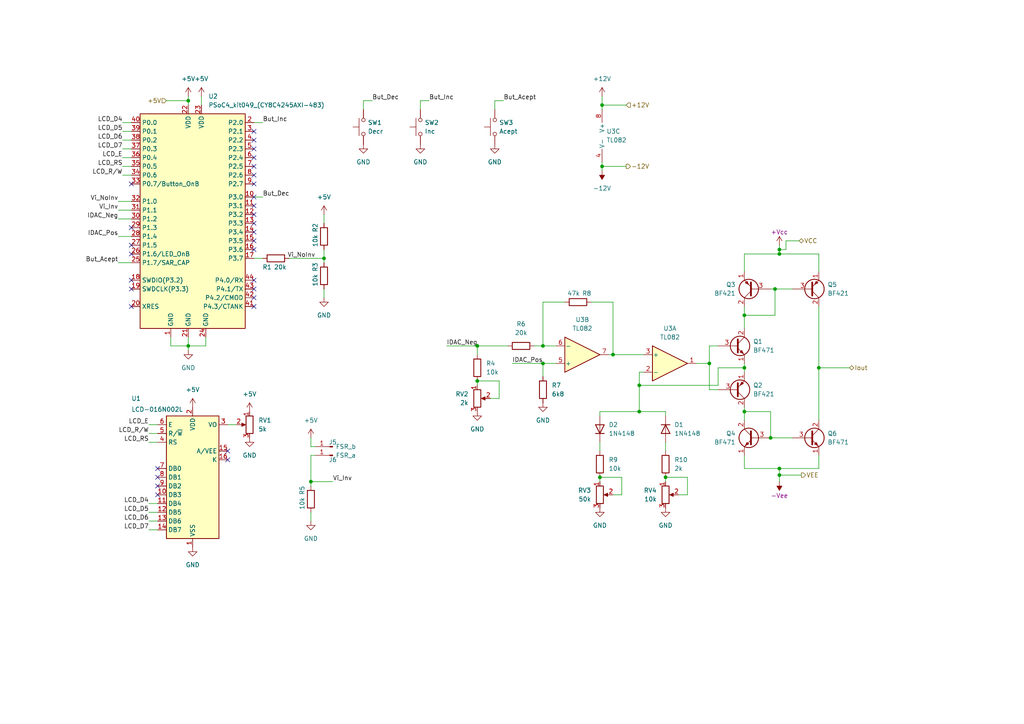
<source format=kicad_sch>
(kicad_sch (version 20231120) (generator "eeschema") (generator_version "8.0")
  (paper "A4")
  (title_block (title "Control_con_PSoC4_y_Fuente_de_corriente") (date "2022-08-27") (rev "1") (company "FaCENA-UNNE") (comment 1 "Dispositivo para relevamiento de umbrales de sensibilidad tactil.") (comment 2 "Tesis MIB: García Cabrera, Jeremías A."))
  (lib_symbols
    (symbol "Amplifier_Operational:TL082" (pin_names (offset 0.127))
      (property "Reference" "U" (at 0 5.08 0))
      (property "Value" "TL082" (at 0 -5.08 0))
      (symbol "TL082_1_1"
        (polyline (pts (xy -5.08 5.08) (xy 5.08 0) (xy -5.08 -5.08) (xy -5.08 5.08)) (stroke (width 0.254)) (fill (type background)))
        (pin output line (at 7.62 0 180) (length 2.54) (name "~") (number "1"))
        (pin input line (at -7.62 -2.54 0) (length 2.54) (name "-") (number "2"))
        (pin input line (at -7.62 2.54 0) (length 2.54) (name "+") (number "3"))
      )
      (symbol "TL082_2_1"
        (polyline (pts (xy -5.08 5.08) (xy 5.08 0) (xy -5.08 -5.08) (xy -5.08 5.08)) (stroke (width 0.254)) (fill (type background)))
        (pin input line (at -7.62 2.54 0) (length 2.54) (name "+") (number "5"))
        (pin input line (at -7.62 -2.54 0) (length 2.54) (name "-") (number "6"))
        (pin output line (at 7.62 0 180) (length 2.54) (name "~") (number "7"))
      )
      (symbol "TL082_3_1"
        (pin power_in line (at -2.54 -7.62 90) (length 3.81) (name "V-") (number "4"))
        (pin power_in line (at -2.54 7.62 270) (length 3.81) (name "V+") (number "8"))
      )
    )
    (symbol "BC547_1" (pin_names (offset 0) hide)
      (property "Reference" "Q1" (at 5.08 1.2701 0))
      (property "Value" "BF422" (at 5.08 -1.2699 0))
      (symbol "BC547_1_0_1"
        (polyline (pts (xy 0 0) (xy 0.635 0)))
        (polyline (pts (xy 0.635 0.635) (xy 2.54 2.54)))
        (polyline (pts (xy 0.635 -0.635) (xy 2.54 -2.54) (xy 2.54 -2.54)))
        (polyline (pts (xy 0.635 1.905) (xy 0.635 -1.905) (xy 0.635 -1.905)) (stroke (width 0.508)))
        (polyline (pts (xy 1.27 -1.778) (xy 1.778 -1.27) (xy 2.286 -2.286) (xy 1.27 -1.778) (xy 1.27 -1.778)) (fill (type outline)))
        (circle (center 1.27 0) (radius 2.8194) (stroke (width 0.254)))
      )
      (symbol "BC547_1_1_1"
        (pin passive line (at 2.54 -5.08 90) (length 2.54) (name "E") (number "1"))
        (pin passive line (at 2.54 5.08 270) (length 2.54) (name "C") (number "2"))
        (pin input line (at -5.08 0 0) (length 5.08) (name "B") (number "3"))
      )
    )
    (symbol "BC557_1" (pin_names (offset 0) hide)
      (property "Reference" "Q5" (at 5.08 -1.2701 0))
      (property "Value" "BF421" (at 5.08 1.2699 0))
      (symbol "BC557_1_0_1"
        (polyline (pts (xy 0.635 0.635) (xy 2.54 2.54)))
        (polyline (pts (xy 0.635 -0.635) (xy 2.54 -2.54) (xy 2.54 -2.54)))
        (polyline (pts (xy 0.635 1.905) (xy 0.635 -1.905) (xy 0.635 -1.905)) (stroke (width 0.508)))
        (polyline (pts (xy 2.286 -1.778) (xy 1.778 -2.286) (xy 1.27 -1.27) (xy 2.286 -1.778) (xy 2.286 -1.778)) (fill (type outline)))
        (circle (center 1.27 0) (radius 2.8194) (stroke (width 0.254)))
      )
      (symbol "BC557_1_1_1"
        (pin passive line (at 2.54 -5.08 90) (length 2.54) (name "E") (number "1"))
        (pin passive line (at 2.54 5.08 270) (length 2.54) (name "C") (number "2"))
        (pin input line (at -5.08 0 0) (length 5.715) (name "B") (number "3"))
      )
    )
    (symbol "Connector:Conn_01x01_Male" (pin_names (offset 1.016) hide)
      (property "Reference" "J" (at 0 2.54 0))
      (property "Value" "Conn_01x01_Male" (at 0 -2.54 0))
      (symbol "Conn_01x01_Male_1_1"
        (polyline (pts (xy 1.27 0) (xy 0.8636 0)) (stroke (width 0.1524)))
        (rectangle (start 0.8636 0.127) (end 0 -0.127) (stroke (width 0.1524)) (fill (type outline)))
        (pin passive line (at 5.08 0 180) (length 3.81) (name "Pin_1") (number "1"))
      )
    )
    (symbol "Device:R" (pin_numbers hide) (pin_names (offset 0))
      (property "Reference" "R" (at 2.032 0 90))
      (property "Value" "R" (at 0 0 90))
      (symbol "R_0_1"
        (rectangle (start -1.016 -2.54) (end 1.016 2.54) (stroke (width 0.254)))
      )
      (symbol "R_1_1"
        (pin passive line (at 0 3.81 270) (length 1.27) (name "~") (number "1"))
        (pin passive line (at 0 -3.81 90) (length 1.27) (name "~") (number "2"))
      )
    )
    (symbol "Device:R_Potentiometer" (pin_names (offset 1.016) hide)
      (property "Reference" "RV" (at -4.445 0 90))
      (property "Value" "R_Potentiometer" (at -2.54 0 90))
      (symbol "R_Potentiometer_0_1"
        (polyline (pts (xy 2.54 0) (xy 1.524 0)))
        (polyline (pts (xy 1.143 0) (xy 2.286 0.508) (xy 2.286 -0.508) (xy 1.143 0)) (fill (type outline)))
        (rectangle (start 1.016 2.54) (end -1.016 -2.54) (stroke (width 0.254)))
      )
      (symbol "R_Potentiometer_1_1"
        (pin passive line (at 0 3.81 270) (length 1.27) (name "1") (number "1"))
        (pin passive line (at 3.81 0 180) (length 1.27) (name "2") (number "2"))
        (pin passive line (at 0 -3.81 90) (length 1.27) (name "3") (number "3"))
      )
    )
    (symbol "Diode:1N4148" (pin_numbers hide) (pin_names (offset 1.016) hide)
      (property "Reference" "D" (at 0 2.54 0))
      (property "Value" "1N4148" (at 0 -2.54 0))
      (symbol "1N4148_0_1"
        (polyline (pts (xy -1.27 1.27) (xy -1.27 -1.27)) (stroke (width 0.254)))
        (polyline (pts (xy 1.27 0) (xy -1.27 0)))
        (polyline (pts (xy 1.27 1.27) (xy 1.27 -1.27) (xy -1.27 0) (xy 1.27 1.27)) (stroke (width 0.254)))
      )
      (symbol "1N4148_1_1"
        (pin passive line (at -3.81 0 0) (length 2.54) (name "K") (number "1"))
        (pin passive line (at 3.81 0 180) (length 2.54) (name "A") (number "2"))
      )
    )
    (symbol "Display_Character:LCD-016N002L"
      (property "Reference" "U1" (at -17.78 22.86 0))
      (property "Value" "LCD-016N002L" (at -17.78 19.685 0))
      (symbol "LCD-016N002L_1_1"
        (rectangle (start -7.62 17.78) (end 7.62 -17.78) (stroke (width 0.254)) (fill (type background)))
        (pin power_in line (at 0 -20.32 90) (length 2.54) (name "VSS") (number "1"))
        (pin bidirectional line (at -10.16 -5.08 0) (length 2.54) (name "DB3") (number "10"))
        (pin bidirectional line (at -10.16 -7.62 0) (length 2.54) (name "DB4") (number "11"))
        (pin bidirectional line (at -10.16 -10.16 0) (length 2.54) (name "DB5") (number "12"))
        (pin bidirectional line (at -10.16 -12.7 0) (length 2.54) (name "DB6") (number "13"))
        (pin bidirectional line (at -10.16 -15.24 0) (length 2.54) (name "DB7") (number "14"))
        (pin power_in line (at 10.16 7.62 180) (length 2.54) (name "A/VEE") (number "15"))
        (pin power_in line (at 10.16 5.08 180) (length 2.54) (name "K") (number "16"))
        (pin power_in line (at 0 20.32 270) (length 2.54) (name "VDD") (number "2"))
        (pin input line (at 10.16 15.24 180) (length 2.54) (name "VO") (number "3"))
        (pin input line (at -10.16 10.16 0) (length 2.54) (name "RS") (number "4"))
        (pin input line (at -10.16 12.7 0) (length 2.54) (name "R/~{W}") (number "5"))
        (pin input line (at -10.16 15.24 0) (length 2.54) (name "E") (number "6"))
        (pin bidirectional line (at -10.16 2.54 0) (length 2.54) (name "DB0") (number "7"))
        (pin bidirectional line (at -10.16 0 0) (length 2.54) (name "DB1") (number "8"))
        (pin bidirectional line (at -10.16 -2.54 0) (length 2.54) (name "DB2") (number "9"))
      )
    )
    (symbol "PSoC4_kit049:PSoC4_kit049_(CY8C4245AXI-483)"
      (property "Reference" "U2" (at 2.0194 45.72 0))
      (property "Value" "PSoC4_kit049_(CY8C4245AXI-483)" (at 2.0194 43.18 0))
      (symbol "PSoC4_kit049_(CY8C4245AXI-483)_0_1"
        (rectangle (start -17.78 40.64) (end 12.7 -21.59) (stroke (width 0.254)) (fill (type background)))
      )
      (symbol "PSoC4_kit049_(CY8C4245AXI-483)_1_1"
        (pin power_in line (at -8.89 -24.13 90) (length 2.54) (name "GND") (number "1"))
        (pin bidirectional line (at 15.24 16.51 180) (length 2.54) (name "P3.0") (number "10"))
        (pin bidirectional line (at 15.24 13.97 180) (length 2.54) (name "P3.1") (number "11"))
        (pin bidirectional line (at 15.24 11.43 180) (length 2.54) (name "P3.2") (number "12"))
        (pin bidirectional line (at 15.24 8.89 180) (length 2.54) (name "P3.3") (number "13"))
        (pin bidirectional line (at 15.24 6.35 180) (length 2.54) (name "P3.4") (number "14"))
        (pin bidirectional line (at 15.24 3.81 180) (length 2.54) (name "P3.5") (number "15"))
        (pin bidirectional line (at 15.24 1.27 180) (length 2.54) (name "P3.6") (number "16"))
        (pin bidirectional line (at 15.24 -1.27 180) (length 2.54) (name "P3.7") (number "17"))
        (pin bidirectional line (at -20.32 -7.62 0) (length 2.54) (name "SWDIO(P3.2)") (number "18"))
        (pin bidirectional line (at -20.32 -10.16 0) (length 2.54) (name "SWDCLK(P3.3)") (number "19"))
        (pin bidirectional line (at 15.24 38.1 180) (length 2.54) (name "P2.0") (number "2"))
        (pin input line (at -20.32 -15.24 0) (length 2.54) (name "XRES") (number "20"))
        (pin power_in line (at -3.81 -24.13 90) (length 2.54) (name "GND") (number "21"))
        (pin power_in line (at -3.81 43.18 270) (length 2.54) (name "VDD") (number "22"))
        (pin power_in line (at 0 43.18 270) (length 2.54) (name "VDD") (number "23"))
        (pin power_in line (at 1.27 -24.13 90) (length 2.54) (name "GND") (number "24"))
        (pin bidirectional line (at -20.32 -2.54 0) (length 2.54) (name "P1.7/SAR_CAP") (number "25"))
        (pin bidirectional line (at -20.32 0 0) (length 2.54) (name "P1.6/LED_OnB") (number "26"))
        (pin bidirectional line (at -20.32 2.54 0) (length 2.54) (name "P1.5") (number "27"))
        (pin bidirectional line (at -20.32 5.08 0) (length 2.54) (name "P1.4") (number "28"))
        (pin bidirectional line (at -20.32 7.62 0) (length 2.54) (name "P1.3") (number "29"))
        (pin bidirectional line (at 15.24 35.56 180) (length 2.54) (name "P2.1") (number "3"))
        (pin bidirectional line (at -20.32 10.16 0) (length 2.54) (name "P1.2") (number "30"))
        (pin bidirectional line (at -20.32 12.7 0) (length 2.54) (name "P1.1") (number "31"))
        (pin bidirectional line (at -20.32 15.24 0) (length 2.54) (name "P1.0") (number "32"))
        (pin bidirectional line (at -20.32 20.32 0) (length 2.54) (name "P0.7/Button_OnB") (number "33"))
        (pin bidirectional line (at -20.32 22.86 0) (length 2.54) (name "P0.6") (number "34"))
        (pin bidirectional line (at -20.32 25.4 0) (length 2.54) (name "P0.5") (number "35"))
        (pin bidirectional line (at -20.32 27.94 0) (length 2.54) (name "P0.4") (number "36"))
        (pin bidirectional line (at -20.32 30.48 0) (length 2.54) (name "P0.3") (number "37"))
        (pin bidirectional line (at -20.32 33.02 0) (length 2.54) (name "P0.2") (number "38"))
        (pin bidirectional line (at -20.32 35.56 0) (length 2.54) (name "P0.1") (number "39"))
        (pin bidirectional line (at 15.24 33.02 180) (length 2.54) (name "P2.2") (number "4"))
        (pin bidirectional line (at -20.32 38.1 0) (length 2.54) (name "P0.0") (number "40"))
        (pin bidirectional line (at 15.24 -15.24 180) (length 2.54) (name "P4.3/CTANK") (number "41"))
        (pin bidirectional line (at 15.24 -12.7 180) (length 2.54) (name "P4.2/CMOD") (number "42"))
        (pin bidirectional line (at 15.24 -10.16 180) (length 2.54) (name "P4.1/TX") (number "43"))
        (pin bidirectional line (at 15.24 -7.62 180) (length 2.54) (name "P4.0/RX") (number "44"))
        (pin bidirectional line (at 15.24 30.48 180) (length 2.54) (name "P2.3") (number "5"))
        (pin bidirectional line (at 15.24 27.94 180) (length 2.54) (name "P2.4") (number "6"))
        (pin bidirectional line (at 15.24 25.4 180) (length 2.54) (name "P2.5") (number "7"))
        (pin bidirectional line (at 15.24 22.86 180) (length 2.54) (name "P2.6") (number "8"))
        (pin bidirectional line (at 15.24 20.32 180) (length 2.54) (name "P2.7") (number "9"))
      )
    )
    (symbol "Switch:SW_Push" (pin_numbers hide) (pin_names (offset 1.016) hide)
      (property "Reference" "SW" (at 1.27 2.54 0))
      (property "Value" "SW_Push" (at 0 -1.524 0))
      (symbol "SW_Push_0_1"
        (circle (center -2.032 0) (radius 0.508))
        (polyline (pts (xy 0 1.27) (xy 0 3.048)))
        (polyline (pts (xy 2.54 1.27) (xy -2.54 1.27)))
        (circle (center 2.032 0) (radius 0.508))
        (pin passive line (at -5.08 0 0) (length 2.54) (name "1") (number "1"))
        (pin passive line (at 5.08 0 180) (length 2.54) (name "2") (number "2"))
      )
    )
    (symbol "power:+12V" (power) (pin_names (offset 0))
      (property "Value" "+12V" (at 0 3.556 0))
      (symbol "+12V_0_1"
        (polyline (pts (xy -0.762 1.27) (xy 0 2.54)))
        (polyline (pts (xy 0 0) (xy 0 2.54)))
        (polyline (pts (xy 0 2.54) (xy 0.762 1.27)))
      )
      (symbol "+12V_1_1"
        (pin power_in line (at 0 0 90) (length 0) hide (name "+12V") (number "1"))
      )
    )
    (symbol "power:+5V" (power) (pin_names (offset 0))
      (property "Value" "+5V" (at 0 3.556 0))
      (symbol "+5V_0_1"
        (polyline (pts (xy -0.762 1.27) (xy 0 2.54)))
        (polyline (pts (xy 0 0) (xy 0 2.54)))
        (polyline (pts (xy 0 2.54) (xy 0.762 1.27)))
      )
      (symbol "+5V_1_1"
        (pin power_in line (at 0 0 90) (length 0) hide (name "+5V") (number "1"))
      )
    )
    (symbol "power:-12V" (power) (pin_names (offset 0))
      (property "Value" "-12V" (at 0 3.81 0))
      (symbol "-12V_0_0"
        (pin power_in line (at 0 0 90) (length 0) hide (name "-12V") (number "1"))
      )
      (symbol "-12V_0_1"
        (polyline (pts (xy 0 0) (xy 0 1.27) (xy 0.762 1.27) (xy 0 2.54) (xy -0.762 1.27) (xy 0 1.27)) (fill (type outline)))
      )
    )
    (symbol "power:GND" (power) (pin_names (offset 0))
      (property "Value" "GND" (at 0 -3.81 0))
      (symbol "GND_0_1"
        (polyline (pts (xy 0 0) (xy 0 -1.27) (xy 1.27 -1.27) (xy 0 -2.54) (xy -1.27 -1.27) (xy 0 -1.27)))
      )
      (symbol "GND_1_1"
        (pin power_in line (at 0 0 270) (length 0) hide (name "GND") (number "1"))
      )
    )
    (symbol "power:VCC" (power) (pin_names (offset 0))
      (property "Value" "VCC" (at 0 3.81 0))
      (symbol "VCC_0_1"
        (polyline (pts (xy -0.762 1.27) (xy 0 2.54)))
        (polyline (pts (xy 0 0) (xy 0 2.54)))
        (polyline (pts (xy 0 2.54) (xy 0.762 1.27)))
      )
      (symbol "VCC_1_1"
        (pin power_in line (at 0 0 90) (length 0) hide (name "VCC") (number "1"))
      )
    )
    (symbol "power:VEE" (power) (pin_names (offset 0))
      (property "Value" "VEE" (at 0 3.81 0))
      (symbol "VEE_0_1"
        (polyline (pts (xy 0 0) (xy 0 2.54)))
        (polyline (pts (xy 0.762 1.27) (xy -0.762 1.27) (xy 0 2.54) (xy 0.762 1.27)) (fill (type outline)))
      )
      (symbol "VEE_1_1"
        (pin power_in line (at 0 0 90) (length 0) hide (name "VEE") (number "1"))
      )
    )
  )
  (junction (at 173.99 138.43))
  (junction (at 226.06 73.66))
  (junction (at 174.625 30.48))
  (junction (at 157.48 105.41))
  (junction (at 226.06 137.795))
  (junction (at 205.74 105.41))
  (junction (at 215.9 91.44))
  (junction (at 177.8 102.87))
  (junction (at 138.43 100.33))
  (junction (at 185.42 119.38))
  (junction (at 90.17 139.7))
  (junction (at 215.9 119.38))
  (junction (at 215.9 106.68))
  (junction (at 54.61 100.33))
  (junction (at 157.48 100.33))
  (junction (at 185.42 111.76))
  (junction (at 93.98 74.93))
  (junction (at 174.625 48.26))
  (junction (at 54.61 29.21))
  (junction (at 226.06 135.89))
  (junction (at 193.04 138.43))
  (junction (at 237.49 106.68))
  (junction (at 226.06 72.39))
  (junction (at 138.43 110.49))
  (junction (at 224.79 83.82))
  (junction (at 223.52 127))
  (no_connect (at 73.66 81.28))
  (no_connect (at 73.66 83.82))
  (no_connect (at 73.66 86.36))
  (no_connect (at 73.66 88.9))
  (no_connect (at 73.66 72.39))
  (no_connect (at 38.1 53.34))
  (no_connect (at 38.1 88.9))
  (no_connect (at 38.1 83.82))
  (no_connect (at 38.1 81.28))
  (no_connect (at 38.1 73.66))
  (no_connect (at 38.1 71.12))
  (no_connect (at 38.1 66.04))
  (no_connect (at 66.04 130.81))
  (no_connect (at 66.04 133.35))
  (no_connect (at 73.66 50.8))
  (no_connect (at 73.66 48.26))
  (no_connect (at 73.66 45.72))
  (no_connect (at 73.66 43.18))
  (no_connect (at 73.66 40.64))
  (no_connect (at 73.66 38.1))
  (no_connect (at 73.66 57.15))
  (no_connect (at 73.66 53.34))
  (no_connect (at 73.66 59.69))
  (no_connect (at 73.66 62.23))
  (no_connect (at 73.66 64.77))
  (no_connect (at 73.66 67.31))
  (no_connect (at 73.66 69.85))
  (no_connect (at 45.72 135.89))
  (no_connect (at 45.72 138.43))
  (no_connect (at 45.72 140.97))
  (no_connect (at 45.72 143.51))
  (wire (pts (xy 193.04 128.27) (xy 193.04 130.81)))
  (wire (pts (xy 121.92 29.21) (xy 121.92 31.75)))
  (wire (pts (xy 157.48 87.63) (xy 157.48 100.33)))
  (wire (pts (xy 185.42 119.38) (xy 193.04 119.38)))
  (wire (pts (xy 93.98 74.93) (xy 93.98 76.2)))
  (wire (pts (xy 54.61 29.21) (xy 54.61 30.48)))
  (wire (pts (xy 227.965 69.85) (xy 227.965 72.39)))
  (wire (pts (xy 35.56 35.56) (xy 38.1 35.56)))
  (wire (pts (xy 208.28 106.68) (xy 215.9 106.68)))
  (wire (pts (xy 54.61 27.94) (xy 54.61 29.21)))
  (wire (pts (xy 208.28 106.68) (xy 208.28 111.76)))
  (wire (pts (xy 73.66 74.93) (xy 76.2 74.93)))
  (wire (pts (xy 138.43 102.87) (xy 138.43 100.33)))
  (wire (pts (xy 54.61 100.33) (xy 54.61 97.79)))
  (wire (pts (xy 174.625 49.53) (xy 174.625 48.26)))
  (wire (pts (xy 157.48 105.41) (xy 161.29 105.41)))
  (wire (pts (xy 34.29 76.2) (xy 38.1 76.2)))
  (wire (pts (xy 226.06 135.89) (xy 226.06 137.795)))
  (wire (pts (xy 34.29 63.5) (xy 38.1 63.5)))
  (wire (pts (xy 237.49 73.66) (xy 237.49 78.74)))
  (wire (pts (xy 54.61 101.6) (xy 54.61 100.33)))
  (wire (pts (xy 176.53 102.87) (xy 177.8 102.87)))
  (wire (pts (xy 174.625 30.48) (xy 174.625 31.75)))
  (wire (pts (xy 215.9 132.08) (xy 215.9 135.89)))
  (wire (pts (xy 34.29 68.58) (xy 38.1 68.58)))
  (wire (pts (xy 73.66 35.56) (xy 76.2 35.56)))
  (wire (pts (xy 43.18 153.67) (xy 45.72 153.67)))
  (wire (pts (xy 43.18 151.13) (xy 45.72 151.13)))
  (wire (pts (xy 90.17 140.97) (xy 90.17 139.7)))
  (wire (pts (xy 90.17 132.08) (xy 91.44 132.08)))
  (wire (pts (xy 157.48 109.22) (xy 157.48 105.41)))
  (wire (pts (xy 34.29 58.42) (xy 38.1 58.42)))
  (wire (pts (xy 90.17 132.08) (xy 90.17 139.7)))
  (wire (pts (xy 83.82 74.93) (xy 93.98 74.93)))
  (wire (pts (xy 173.99 120.65) (xy 173.99 119.38)))
  (wire (pts (xy 223.52 119.38) (xy 223.52 127)))
  (wire (pts (xy 231.775 69.85) (xy 227.965 69.85)))
  (wire (pts (xy 177.8 143.51) (xy 180.34 143.51)))
  (wire (pts (xy 107.95 29.21) (xy 105.41 29.21)))
  (wire (pts (xy 215.9 78.74) (xy 215.9 73.66)))
  (wire (pts (xy 35.56 45.72) (xy 38.1 45.72)))
  (wire (pts (xy 224.79 83.82) (xy 229.87 83.82)))
  (wire (pts (xy 173.99 128.27) (xy 173.99 130.81)))
  (wire (pts (xy 223.52 127) (xy 229.87 127)))
  (wire (pts (xy 91.44 129.54) (xy 90.17 129.54)))
  (wire (pts (xy 215.9 91.44) (xy 215.9 95.25)))
  (wire (pts (xy 215.9 118.11) (xy 215.9 119.38)))
  (wire (pts (xy 105.41 29.21) (xy 105.41 31.75)))
  (wire (pts (xy 226.06 72.39) (xy 227.965 72.39)))
  (wire (pts (xy 215.9 119.38) (xy 223.52 119.38)))
  (wire (pts (xy 181.61 30.48) (xy 174.625 30.48)))
  (wire (pts (xy 237.49 106.68) (xy 237.49 121.92)))
  (wire (pts (xy 174.625 27.94) (xy 174.625 30.48)))
  (wire (pts (xy 215.9 88.9) (xy 215.9 91.44)))
  (wire (pts (xy 93.98 83.82) (xy 93.98 86.36)))
  (wire (pts (xy 224.79 91.44) (xy 224.79 83.82)))
  (wire (pts (xy 173.99 119.38) (xy 185.42 119.38)))
  (wire (pts (xy 215.9 105.41) (xy 215.9 106.68)))
  (wire (pts (xy 173.99 138.43) (xy 173.99 139.7)))
  (wire (pts (xy 138.43 100.33) (xy 147.32 100.33)))
  (wire (pts (xy 143.51 29.21) (xy 143.51 31.75)))
  (wire (pts (xy 129.54 100.33) (xy 138.43 100.33)))
  (wire (pts (xy 124.46 29.21) (xy 121.92 29.21)))
  (wire (pts (xy 226.06 72.39) (xy 226.06 73.66)))
  (wire (pts (xy 66.04 123.19) (xy 68.58 123.19)))
  (wire (pts (xy 208.28 100.33) (xy 205.74 100.33)))
  (wire (pts (xy 199.39 138.43) (xy 193.04 138.43)))
  (wire (pts (xy 142.24 115.57) (xy 144.78 115.57)))
  (wire (pts (xy 58.42 27.94) (xy 58.42 30.48)))
  (wire (pts (xy 43.18 125.73) (xy 45.72 125.73)))
  (wire (pts (xy 138.43 110.49) (xy 138.43 111.76)))
  (wire (pts (xy 174.625 48.26) (xy 174.625 46.99)))
  (wire (pts (xy 35.56 40.64) (xy 38.1 40.64)))
  (wire (pts (xy 223.52 83.82) (xy 224.79 83.82)))
  (wire (pts (xy 226.06 71.12) (xy 226.06 72.39)))
  (wire (pts (xy 185.42 111.76) (xy 208.28 111.76)))
  (wire (pts (xy 146.05 29.21) (xy 143.51 29.21)))
  (wire (pts (xy 90.17 139.7) (xy 96.52 139.7)))
  (wire (pts (xy 237.49 132.08) (xy 237.49 135.89)))
  (wire (pts (xy 93.98 62.23) (xy 93.98 64.77)))
  (wire (pts (xy 157.48 100.33) (xy 161.29 100.33)))
  (wire (pts (xy 174.625 48.26) (xy 181.61 48.26)))
  (wire (pts (xy 43.18 128.27) (xy 45.72 128.27)))
  (wire (pts (xy 177.8 102.87) (xy 186.69 102.87)))
  (wire (pts (xy 205.74 105.41) (xy 205.74 113.03)))
  (wire (pts (xy 59.69 97.79) (xy 59.69 100.33)))
  (wire (pts (xy 148.59 105.41) (xy 157.48 105.41)))
  (wire (pts (xy 93.98 72.39) (xy 93.98 74.93)))
  (wire (pts (xy 154.94 100.33) (xy 157.48 100.33)))
  (wire (pts (xy 43.18 123.19) (xy 45.72 123.19)))
  (wire (pts (xy 34.29 60.96) (xy 38.1 60.96)))
  (wire (pts (xy 193.04 119.38) (xy 193.04 120.65)))
  (wire (pts (xy 201.93 105.41) (xy 205.74 105.41)))
  (wire (pts (xy 180.34 138.43) (xy 173.99 138.43)))
  (wire (pts (xy 193.04 138.43) (xy 193.04 139.7)))
  (wire (pts (xy 35.56 38.1) (xy 38.1 38.1)))
  (wire (pts (xy 35.56 48.26) (xy 38.1 48.26)))
  (wire (pts (xy 35.56 50.8) (xy 38.1 50.8)))
  (wire (pts (xy 180.34 143.51) (xy 180.34 138.43)))
  (wire (pts (xy 226.06 135.89) (xy 237.49 135.89)))
  (wire (pts (xy 171.45 87.63) (xy 177.8 87.63)))
  (wire (pts (xy 43.18 146.05) (xy 45.72 146.05)))
  (wire (pts (xy 237.49 106.68) (xy 246.38 106.68)))
  (wire (pts (xy 185.42 107.95) (xy 185.42 111.76)))
  (wire (pts (xy 215.9 119.38) (xy 215.9 121.92)))
  (wire (pts (xy 76.2 57.15) (xy 73.66 57.15)))
  (wire (pts (xy 177.8 87.63) (xy 177.8 102.87)))
  (wire (pts (xy 144.78 115.57) (xy 144.78 110.49)))
  (wire (pts (xy 215.9 91.44) (xy 224.79 91.44)))
  (wire (pts (xy 205.74 113.03) (xy 208.28 113.03)))
  (wire (pts (xy 226.06 137.795) (xy 226.06 139.7)))
  (wire (pts (xy 163.83 87.63) (xy 157.48 87.63)))
  (wire (pts (xy 59.69 100.33) (xy 54.61 100.33)))
  (wire (pts (xy 196.85 143.51) (xy 199.39 143.51)))
  (wire (pts (xy 226.06 73.66) (xy 237.49 73.66)))
  (wire (pts (xy 138.43 110.49) (xy 144.78 110.49)))
  (wire (pts (xy 35.56 43.18) (xy 38.1 43.18)))
  (wire (pts (xy 185.42 107.95) (xy 186.69 107.95)))
  (wire (pts (xy 49.53 100.33) (xy 54.61 100.33)))
  (wire (pts (xy 49.53 97.79) (xy 49.53 100.33)))
  (wire (pts (xy 226.06 137.795) (xy 232.41 137.795)))
  (wire (pts (xy 215.9 135.89) (xy 226.06 135.89)))
  (wire (pts (xy 48.26 29.21) (xy 54.61 29.21)))
  (wire (pts (xy 90.17 129.54) (xy 90.17 127)))
  (wire (pts (xy 215.9 73.66) (xy 226.06 73.66)))
  (wire (pts (xy 205.74 100.33) (xy 205.74 105.41)))
  (wire (pts (xy 185.42 111.76) (xy 185.42 119.38)))
  (wire (pts (xy 43.18 148.59) (xy 45.72 148.59)))
  (wire (pts (xy 237.49 88.9) (xy 237.49 106.68)))
  (wire (pts (xy 199.39 143.51) (xy 199.39 138.43)))
  (wire (pts (xy 215.9 106.68) (xy 215.9 107.95)))
  (wire (pts (xy 90.17 148.59) (xy 90.17 151.13)))
  (label "LCD_D6" (at 35.56 40.64 180))
  (label "LCD_E" (at 35.56 45.72 180))
  (label "But_Dec" (at 107.95 29.21 0))
  (label "LCD_D5" (at 43.18 148.59 180))
  (label "LCD_R{slash}W" (at 43.18 125.73 180))
  (label "LCD_D7" (at 35.56 43.18 180))
  (label "IDAC_Neg" (at 129.54 100.33 0))
  (label "But_Acept" (at 34.29 76.2 180))
  (label "IDAC_Pos" (at 148.59 105.41 0))
  (label "LCD_R{slash}W" (at 35.56 50.8 180))
  (label "LCD_RS" (at 35.56 48.26 180))
  (label "LCD_D7" (at 43.18 153.67 180))
  (label "Vi_Inv" (at 34.29 60.96 180))
  (label "LCD_D4" (at 35.56 35.56 180))
  (label "LCD_E" (at 43.18 123.19 180))
  (label "But_Inc" (at 124.46 29.21 0))
  (label "But_Acept" (at 146.05 29.21 0))
  (label "But_Dec" (at 76.2 57.15 0))
  (label "IDAC_Pos" (at 34.29 68.58 180))
  (label "Vi_Inv" (at 96.52 139.7 0))
  (label "LCD_D5" (at 35.56 38.1 180))
  (label "Vi_NoInv" (at 34.29 58.42 180))
  (label "But_Inc" (at 76.2 35.56 0))
  (label "Vi_NoInv" (at 91.44 74.93 180))
  (label "LCD_RS" (at 43.18 128.27 180))
  (label "LCD_D4" (at 43.18 146.05 180))
  (label "LCD_D6" (at 43.18 151.13 180))
  (label "IDAC_Neg" (at 34.29 63.5 180))
  (hierarchical_label "+12V" (shape input) (at 181.61 30.48 0))
  (hierarchical_label "VEE" (shape output) (at 232.41 137.795 0))
  (hierarchical_label "+5V" (shape input) (at 48.26 29.21 180))
  (hierarchical_label "VCC" (shape bidirectional) (at 231.775 69.85 0))
  (hierarchical_label "-12V" (shape output) (at 181.61 48.26 0))
  (hierarchical_label "Iout" (shape bidirectional) (at 246.38 106.68 0))
  (symbol (lib_id "Diode:1N4148") (at 173.99 124.46 90) (unit 1)
    (property "Reference" "D2" (at 176.53 123.1899 90) (effects (justify right)))
    (property "Value" "1N4148" (at 176.53 125.7299 90) (effects (justify right)))
    (property "Footprint" "Diode_THT:D_DO-41_SOD81_P7.62mm_Horizontal" (effects (hide yes)))
    (property "Datasheet" "https://assets.nexperia.com/documents/data-sheet/1N4148_1N4448.pdf" (effects (hide yes)))
  )
  (symbol (lib_id "power:-12V") (at 174.625 49.53 180) (unit 1)
    (property "Reference" "#PWR021" (effects (hide yes)))
    (property "Value" "-12V" (at 174.625 54.61 0))
  )
  (symbol (lib_id "Device:R_Potentiometer") (at 193.04 143.51 0) (unit 1)
    (property "Reference" "RV4" (at 190.5 142.2399 0) (effects (justify right)))
    (property "Value" "10k" (at 190.5 144.7799 0) (effects (justify right)))
    (property "Footprint" "Potentiometer_THT:Potentiometer_Bourns_3296W_Vertical" (effects (hide yes)))
  )
  (symbol (lib_id "Device:R") (at 80.01 74.93 270) (unit 1)
    (property "Reference" "R1" (at 77.47 77.47 90))
    (property "Value" "20k" (at 81.28 77.47 90))
    (property "Footprint" "Resistor_THT:R_Axial_DIN0207_L6.3mm_D2.5mm_P10.16mm_Horizontal" (effects (hide yes)))
    (property "Potencia" "1/8w" (effects (hide yes)))
    (property "Tolerancia" "1%" (effects (hide yes)))
  )
  (symbol (lib_id "Diode:1N4148") (at 193.04 124.46 270) (unit 1)
    (property "Reference" "D1" (at 195.58 123.1899 90) (effects (justify left)))
    (property "Value" "1N4148" (at 195.58 125.7299 90) (effects (justify left)))
    (property "Footprint" "Diode_THT:D_DO-41_SOD81_P7.62mm_Horizontal" (effects (hide yes)))
    (property "Datasheet" "https://assets.nexperia.com/documents/data-sheet/1N4148_1N4448.pdf" (effects (hide yes)))
  )
  (symbol (lib_id "Amplifier_Operational:TL082") (at 177.165 39.37 0) (unit 3)
    (property "Reference" "U3" (at 175.895 38.0999 0) (effects (justify left)))
    (property "Value" "TL082" (at 175.895 40.6399 0) (effects (justify left)))
    (property "Footprint" "Package_DIP:DIP-8_W10.16mm_LongPads" (effects (hide yes)))
    (property "Datasheet" "http://www.ti.com/lit/ds/symlink/tl081.pdf" (effects (hide yes)))
  )
  (symbol (lib_id "Device:R") (at 138.43 106.68 180) (unit 1)
    (property "Reference" "R4" (at 140.97 105.4099 0) (effects (justify right)))
    (property "Value" "10k" (at 140.97 107.9499 0) (effects (justify right)))
    (property "Footprint" "Resistor_THT:R_Axial_DIN0207_L6.3mm_D2.5mm_P10.16mm_Horizontal" (effects (hide yes)))
    (property "Potencia" "1/8w" (effects (hide yes)))
    (property "Tolerancia" "1%" (effects (hide yes)))
  )
  (symbol (lib_id "power:GND") (at 121.92 41.91 0) (unit 1)
    (property "Reference" "#PWR013" (effects (hide yes)))
    (property "Value" "GND" (at 121.92 46.99 0))
  )
  (symbol (lib_id "Switch:SW_Push") (at 121.92 36.83 90) (unit 1)
    (property "Reference" "SW2" (at 123.19 35.5599 90) (effects (justify right)))
    (property "Value" "Inc" (at 123.19 38.0999 90) (effects (justify right)))
    (property "Footprint" "Button_Switch_THT:SW_PUSH_6mm_H7.3mm" (effects (hide yes)))
  )
  (symbol (lib_id "power:+5V") (at 93.98 62.23 0) (unit 1)
    (property "Reference" "#PWR010" (effects (hide yes)))
    (property "Value" "+5V" (at 93.98 57.15 0))
  )
  (symbol (lib_name "BC547_1") (lib_id "Transistor_BJT:BC547") (at 213.36 100.33 0) (unit 1)
    (property "Reference" "Q1" (at 218.44 99.0599 0) (effects (justify left)))
    (property "Value" "BF471" (at 218.44 101.5999 0) (effects (justify left)))
    (property "Footprint" "Proyecto_MIB:BF42X" (effects (hide yes)))
    (property "Datasheet" "https://www.onsemi.com/pub/Collateral/BC550-D.pdf" (effects (hide yes)))
  )
  (symbol (lib_id "Device:R") (at 93.98 68.58 180) (unit 1)
    (property "Reference" "R2" (at 91.44 66.04 90))
    (property "Value" "10k" (at 91.44 69.85 90))
    (property "Footprint" "Resistor_THT:R_Axial_DIN0207_L6.3mm_D2.5mm_P10.16mm_Horizontal" (effects (hide yes)))
    (property "Potencia" "1/8w" (effects (hide yes)))
    (property "Tolerancia" "1%" (effects (hide yes)))
  )
  (symbol (lib_id "Device:R_Potentiometer") (at 138.43 115.57 0) (unit 1)
    (property "Reference" "RV2" (at 135.89 114.2999 0) (effects (justify right)))
    (property "Value" "2k" (at 135.89 116.8399 0) (effects (justify right)))
    (property "Footprint" "Potentiometer_THT:Potentiometer_Bourns_3296W_Vertical" (effects (hide yes)))
  )
  (symbol (lib_id "Device:R") (at 193.04 134.62 180) (unit 1)
    (property "Reference" "R10" (at 195.58 133.3499 0) (effects (justify right)))
    (property "Value" "2k" (at 195.58 135.8899 0) (effects (justify right)))
    (property "Footprint" "Resistor_THT:R_Axial_DIN0207_L6.3mm_D2.5mm_P10.16mm_Horizontal" (effects (hide yes)))
    (property "Potencia" "1/8w" (effects (hide yes)))
    (property "Tolerancia" "1%" (effects (hide yes)))
  )
  (symbol (lib_id "power:GND") (at 54.61 101.6 0) (unit 1)
    (property "Reference" "#PWR04" (effects (hide yes)))
    (property "Value" "GND" (at 54.61 106.68 0))
  )
  (symbol (lib_id "power:GND") (at 90.17 151.13 0) (unit 1)
    (property "Reference" "#PWR016" (effects (hide yes)))
    (property "Value" "GND" (at 90.17 156.21 0))
  )
  (symbol (lib_name "BC557_1") (lib_id "Transistor_BJT:BC557") (at 234.95 83.82 0) (mirror x) (unit 1)
    (property "Reference" "Q5" (at 240.03 82.5499 0) (effects (justify left)))
    (property "Value" "BF421" (at 240.03 85.0899 0) (effects (justify left)))
    (property "Footprint" "Proyecto_MIB:BF42X" (effects (hide yes)))
    (property "Datasheet" "https://www.onsemi.com/pub/Collateral/BC556BTA-D.pdf" (effects (hide yes)))
  )
  (symbol (lib_id "power:GND") (at 72.39 127 0) (mirror y) (unit 1)
    (property "Reference" "#PWR09" (effects (hide yes)))
    (property "Value" "GND" (at 72.39 132.08 0))
  )
  (symbol (lib_id "power:VEE") (at 226.06 139.7 180) (unit 1)
    (property "Reference" "#PWR024" (effects (hide yes)))
    (property "Value" "VEE" (effects (hide yes)))
    (property "Tensión" "-Vee" (at 226.06 143.764 0))
  )
  (symbol (lib_id "Connector:Conn_01x01_Male") (at 96.52 132.08 180) (unit 1)
    (property "Reference" "J6" (at 96.52 133.35 0))
    (property "Value" "FSR_a" (at 100.33 132.08 0))
    (property "Footprint" "Connector_Pin:Pin_D0.9mm_L10.0mm_W2.4mm_FlatFork" (effects (hide yes)))
  )
  (symbol (lib_id "power:GND") (at 143.51 41.91 0) (unit 1)
    (property "Reference" "#PWR017" (effects (hide yes)))
    (property "Value" "GND" (at 143.51 46.99 0))
  )
  (symbol (lib_id "power:+5V") (at 58.42 27.94 0) (unit 1)
    (property "Reference" "#PWR07" (effects (hide yes)))
    (property "Value" "+5V" (at 58.42 22.86 0))
  )
  (symbol (lib_id "power:GND") (at 193.04 147.32 0) (unit 1)
    (property "Reference" "#PWR022" (effects (hide yes)))
    (property "Value" "GND" (at 193.04 152.4 0))
  )
  (symbol (lib_id "Device:R_Potentiometer") (at 173.99 143.51 0) (unit 1)
    (property "Reference" "RV3" (at 171.45 142.2399 0) (effects (justify right)))
    (property "Value" "50k" (at 171.45 144.7799 0) (effects (justify right)))
    (property "Footprint" "Potentiometer_THT:Potentiometer_Bourns_3296W_Vertical" (effects (hide yes)))
  )
  (symbol (lib_id "Device:R_Potentiometer") (at 72.39 123.19 0) (mirror y) (unit 1)
    (property "Reference" "RV1" (at 74.93 121.9199 0) (effects (justify right)))
    (property "Value" "5k" (at 74.93 124.4599 0) (effects (justify right)))
    (property "Footprint" "Potentiometer_THT:Potentiometer_Bourns_3296W_Vertical" (effects (hide yes)))
  )
  (symbol (lib_id "power:GND") (at 93.98 86.36 0) (unit 1)
    (property "Reference" "#PWR011" (effects (hide yes)))
    (property "Value" "GND" (at 93.98 91.44 0))
  )
  (symbol (lib_id "power:GND") (at 55.88 158.75 0) (unit 1)
    (property "Reference" "#PWR06" (effects (hide yes)))
    (property "Value" "GND" (at 55.88 163.83 0))
  )
  (symbol (lib_id "power:+5V") (at 55.88 118.11 0) (unit 1)
    (property "Reference" "#PWR05" (effects (hide yes)))
    (property "Value" "+5V" (at 55.88 113.03 0))
  )
  (symbol (lib_id "power:GND") (at 157.48 116.84 0) (unit 1)
    (property "Reference" "#PWR018" (effects (hide yes)))
    (property "Value" "GND" (at 157.48 121.92 0))
  )
  (symbol (lib_id "Switch:SW_Push") (at 105.41 36.83 90) (unit 1)
    (property "Reference" "SW1" (at 106.68 35.5599 90) (effects (justify right)))
    (property "Value" "Decr" (at 106.68 38.0999 90) (effects (justify right)))
    (property "Footprint" "Button_Switch_THT:SW_PUSH_6mm_H7.3mm" (effects (hide yes)))
  )
  (symbol (lib_id "Device:R") (at 90.17 144.78 180) (unit 1)
    (property "Reference" "R5" (at 87.63 142.24 90))
    (property "Value" "10k" (at 87.63 146.05 90))
    (property "Footprint" "Resistor_THT:R_Axial_DIN0207_L6.3mm_D2.5mm_P10.16mm_Horizontal" (effects (hide yes)))
    (property "Potencia" "1/8w" (effects (hide yes)))
    (property "Tolerancia" "1%" (effects (hide yes)))
  )
  (symbol (lib_id "Device:R") (at 93.98 80.01 180) (unit 1)
    (property "Reference" "R3" (at 91.44 77.47 90))
    (property "Value" "10k" (at 91.44 81.28 90))
    (property "Footprint" "Resistor_THT:R_Axial_DIN0207_L6.3mm_D2.5mm_P10.16mm_Horizontal" (effects (hide yes)))
    (property "Potencia" "1/8w" (effects (hide yes)))
    (property "Tolerancia" "1%" (effects (hide yes)))
  )
  (symbol (lib_id "Device:R") (at 173.99 134.62 180) (unit 1)
    (property "Reference" "R9" (at 176.53 133.3499 0) (effects (justify right)))
    (property "Value" "10k" (at 176.53 135.8899 0) (effects (justify right)))
    (property "Footprint" "Resistor_THT:R_Axial_DIN0207_L6.3mm_D2.5mm_P10.16mm_Horizontal" (effects (hide yes)))
    (property "Potencia" "1/8w" (effects (hide yes)))
    (property "Tolerancia" "1%" (effects (hide yes)))
  )
  (symbol (lib_id "Device:R") (at 157.48 113.03 0) (unit 1)
    (property "Reference" "R7" (at 160.02 111.7599 0) (effects (justify left)))
    (property "Value" "6k8" (at 160.02 114.2999 0) (effects (justify left)))
    (property "Footprint" "Resistor_THT:R_Axial_DIN0207_L6.3mm_D2.5mm_P10.16mm_Horizontal" (effects (hide yes)))
    (property "Potencia" "1/8w" (effects (hide yes)))
    (property "Tolerancia" "1%" (effects (hide yes)))
  )
  (symbol (lib_name "BC547_1") (lib_id "Transistor_BJT:BC547") (at 218.44 127 0) (mirror y) (unit 1)
    (property "Reference" "Q4" (at 213.36 125.7299 0) (effects (justify left)))
    (property "Value" "BF471" (at 213.36 128.2699 0) (effects (justify left)))
    (property "Footprint" "Proyecto_MIB:BF42X" (effects (hide yes)))
    (property "Datasheet" "https://www.onsemi.com/pub/Collateral/BC550-D.pdf" (effects (hide yes)))
  )
  (symbol (lib_id "power:+12V") (at 174.625 27.94 0) (unit 1)
    (property "Reference" "#PWR020" (effects (hide yes)))
    (property "Value" "+12V" (at 174.625 22.86 0))
  )
  (symbol (lib_name "BC557_1") (lib_id "Transistor_BJT:BC557") (at 213.36 113.03 0) (mirror x) (unit 1)
    (property "Reference" "Q2" (at 218.44 111.7599 0) (effects (justify left)))
    (property "Value" "BF421" (at 218.44 114.2999 0) (effects (justify left)))
    (property "Footprint" "Proyecto_MIB:BF42X" (effects (hide yes)))
    (property "Datasheet" "https://www.onsemi.com/pub/Collateral/BC556BTA-D.pdf" (effects (hide yes)))
  )
  (symbol (lib_id "power:+5V") (at 72.39 119.38 0) (unit 1)
    (property "Reference" "#PWR08" (effects (hide yes)))
    (property "Value" "+5V" (at 72.39 114.3 0))
  )
  (symbol (lib_id "Device:R") (at 151.13 100.33 90) (unit 1)
    (property "Reference" "R6" (at 151.13 93.98 90))
    (property "Value" "20k" (at 151.13 96.52 90))
    (property "Footprint" "Resistor_THT:R_Axial_DIN0207_L6.3mm_D2.5mm_P10.16mm_Horizontal" (effects (hide yes)))
    (property "Potencia" "1/8W" (effects (hide yes)))
    (property "Tolerancia" "1%" (effects (hide yes)))
  )
  (symbol (lib_id "power:+5V") (at 54.61 27.94 0) (unit 1)
    (property "Reference" "#PWR03" (effects (hide yes)))
    (property "Value" "+5V" (at 54.61 22.86 0))
  )
  (symbol (lib_id "PSoC4_kit049:PSoC4_kit049_(CY8C4245AXI-483)") (at 58.42 73.66 0) (unit 1)
    (property "Reference" "U2" (at 60.4394 27.94 0) (effects (justify left)))
    (property "Value" "PSoC4_kit049_(CY8C4245AXI-483)" (at 60.4394 30.48 0) (effects (justify left)))
    (property "Footprint" "Proyecto_MIB:PinSocket_2x22_P2.54mm_Vertical_3" (effects (hide yes)))
    (property "Datasheet" "https://www.infineon.com/dgdl/Infineon-CY8CKIT-049-4xxx_PSoC_4_Prototyping_Kit_Guide-UserManual-v01_00-EN.pdf?fileId=8ac78c8c7d0d8da4017d0ef17bd002cb" (effects (hide yes)))
  )
  (symbol (lib_id "Display_Character:LCD-016N002L") (at 55.88 138.43 0) (unit 1)
    (property "Reference" "U1" (at 38.1 115.57 0) (effects (justify left)))
    (property "Value" "LCD-016N002L" (at 38.1 118.745 0) (effects (justify left)))
    (property "Footprint" "Proyecto_MIB:LCD_pinsonly" (effects (hide yes)))
    (property "Datasheet" "http://www.vishay.com/docs/37299/37299.pdf" (effects (hide yes)))
  )
  (symbol (lib_id "Connector:Conn_01x01_Male") (at 96.52 129.54 180) (unit 1)
    (property "Reference" "J5" (at 96.52 128.27 0))
    (property "Value" "FSR_b" (at 100.33 129.54 0))
    (property "Footprint" "Connector_Pin:Pin_D0.9mm_L10.0mm_W2.4mm_FlatFork" (effects (hide yes)))
  )
  (symbol (lib_id "power:GND") (at 138.43 119.38 0) (unit 1)
    (property "Reference" "#PWR014" (effects (hide yes)))
    (property "Value" "GND" (at 138.43 124.46 0))
  )
  (symbol (lib_id "power:+5V") (at 90.17 127 0) (unit 1)
    (property "Reference" "#PWR015" (effects (hide yes)))
    (property "Value" "+5V" (at 90.17 121.92 0))
  )
  (symbol (lib_id "power:VCC") (at 226.06 71.12 0) (unit 1)
    (property "Reference" "#PWR023" (effects (hide yes)))
    (property "Value" "VCC" (effects (hide yes)))
    (property "Tensión " "+Vcc" (at 226.06 67.31 0))
  )
  (symbol (lib_id "Amplifier_Operational:TL082") (at 168.91 102.87 0) (mirror x) (unit 2)
    (property "Reference" "U3" (at 168.91 92.71 0))
    (property "Value" "TL082" (at 168.91 95.25 0))
    (property "Footprint" "Package_DIP:DIP-8_W10.16mm_LongPads" (effects (hide yes)))
    (property "Datasheet" "http://www.ti.com/lit/ds/symlink/tl081.pdf" (effects (hide yes)))
  )
  (symbol (lib_id "power:GND") (at 173.99 147.32 0) (unit 1)
    (property "Reference" "#PWR019" (effects (hide yes)))
    (property "Value" "GND" (at 173.99 152.4 0))
  )
  (symbol (lib_name "BC557_1") (lib_id "Transistor_BJT:BC557") (at 218.44 83.82 180) (unit 1)
    (property "Reference" "Q3" (at 213.36 82.5499 0) (effects (justify left)))
    (property "Value" "BF421" (at 213.36 85.0899 0) (effects (justify left)))
    (property "Footprint" "Proyecto_MIB:BF42X" (effects (hide yes)))
    (property "Datasheet" "https://www.onsemi.com/pub/Collateral/BC556BTA-D.pdf" (effects (hide yes)))
  )
  (symbol (lib_name "BC547_1") (lib_id "Transistor_BJT:BC547") (at 234.95 127 0) (unit 1)
    (property "Reference" "Q6" (at 240.03 125.7299 0) (effects (justify left)))
    (property "Value" "BF471" (at 240.03 128.2699 0) (effects (justify left)))
    (property "Footprint" "Proyecto_MIB:BF42X" (effects (hide yes)))
    (property "Datasheet" "https://www.onsemi.com/pub/Collateral/BC550-D.pdf" (effects (hide yes)))
  )
  (symbol (lib_id "power:GND") (at 105.41 41.91 0) (unit 1)
    (property "Reference" "#PWR012" (effects (hide yes)))
    (property "Value" "GND" (at 105.41 46.99 0))
  )
  (symbol (lib_id "Amplifier_Operational:TL082") (at 194.31 105.41 0) (unit 1)
    (property "Reference" "U3" (at 194.31 95.25 0))
    (property "Value" "TL082" (at 194.31 97.79 0))
    (property "Footprint" "Package_DIP:DIP-8_W10.16mm_LongPads" (effects (hide yes)))
    (property "Datasheet" "http://www.ti.com/lit/ds/symlink/tl081.pdf" (effects (hide yes)))
  )
  (symbol (lib_id "Switch:SW_Push") (at 143.51 36.83 90) (unit 1)
    (property "Reference" "SW3" (at 144.78 35.5599 90) (effects (justify right)))
    (property "Value" "Acept" (at 144.78 38.0999 90) (effects (justify right)))
    (property "Footprint" "Button_Switch_THT:SW_PUSH_6mm_H7.3mm" (effects (hide yes)))
  )
  (symbol (lib_id "Device:R") (at 167.64 87.63 90) (unit 1)
    (property "Reference" "R8" (at 170.18 85.09 90))
    (property "Value" "47k" (at 166.37 85.09 90))
    (property "Footprint" "Resistor_THT:R_Axial_DIN0207_L6.3mm_D2.5mm_P10.16mm_Horizontal" (effects (hide yes)))
    (property "Potencia" "1/8w" (effects (hide yes)))
    (property "Tolerancia" "1%" (effects (hide yes)))
  )
)
</source>
